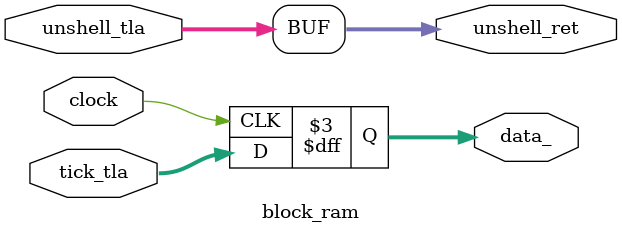
<source format=sv>
`include "metron/metron_tools.sv"


//------------------------------------------------------------------------------

typedef struct packed {
  logic[31:0] a_data;
} tilelink_a;

module block_ram
(
  // global clock
  input logic clock,
  // output registers
  output logic[31:0] data_,
  // unshell() ports
  input tilelink_a unshell_tla,
  output logic[31:0] unshell_ret,
  // tick() ports
  input tilelink_a tick_tla
);
/*public:*/

  always_comb begin : unshell
    unshell_ret = unshell_tla.a_data;
  end

  always_ff @(posedge clock) begin : tick
    data_ <= tick_tla.a_data;
  end

endmodule

//------------------------------------------------------------------------------

</source>
